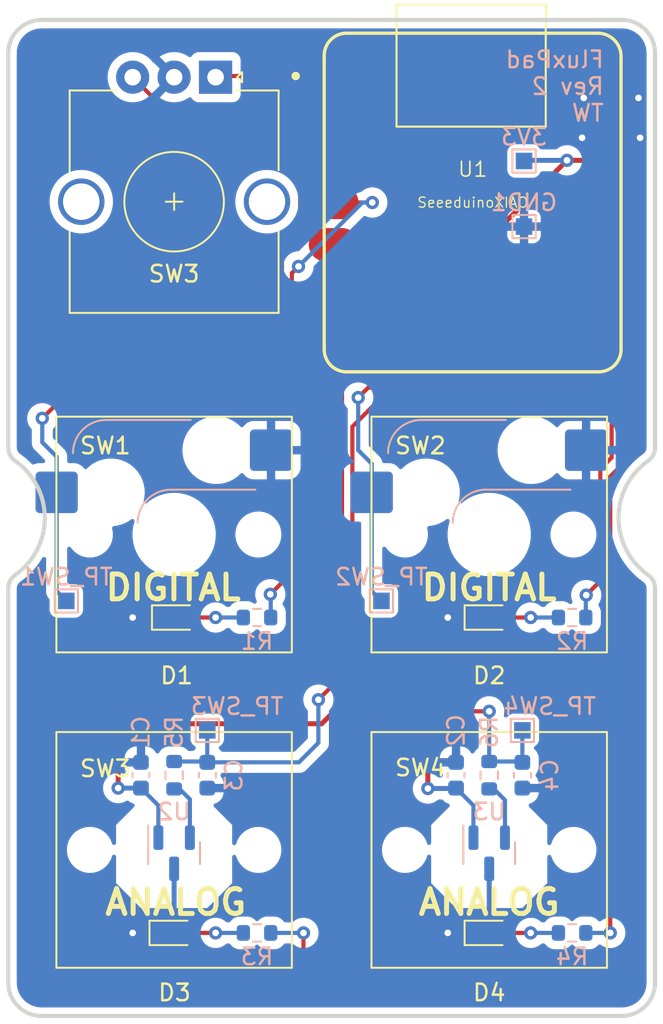
<source format=kicad_pcb>
(kicad_pcb (version 20211014) (generator pcbnew)
  (layers (0 "F.Cu" signal) (31 "B.Cu" signal) (34 "B.Paste" user) (35 "F.Paste" user) (36 "B.SilkS" user "B.Silkscreen") (37 "F.SilkS" user "F.Silkscreen") (38 "B.Mask" user) (39 "F.Mask" user) (44 "Edge.Cuts" user))
  (net 0 "")
  (net 1 "ENCA")
  (net 2 "Net-(D1-Pad2)")
  (net 3 "Net-(D2-Pad2)")
  (net 4 "Net-(D3-Pad2)")
  (net 5 "Net-(D4-Pad2)")
  (net 6 "LED3")
  (net 7 "LED1")
  (net 8 "LED4")
  (net 9 "LED2")
  (net 10 "+3V3")
  (net 11 "SW1")
  (net 12 "SW2")
  (net 13 "SW3")
  (net 14 "SW4")
  (net 15 "+5V")
  (net 16 "GND")
  (net 17 "ENCB")
  (net 18 "Net-(R5-Pad1)")
  (net 19 "Net-(R6-Pad1)")
  (footprint "LED_SMD:LED_0603_1608Metric" (layer "F.Cu") (at 129.5 101)
    (fp_text reference "D2" (at 0 3.5) (layer "F.SilkS"))
    (fp_text value "LED")
    (fp_line (start 0.8 -0.735) (end -1.485 -0.735) (layer "F.SilkS") (width 0.12))
    (fp_line (start -1.485 0.735) (end 0.8 0.735) (layer "F.SilkS") (width 0.12))
    (fp_line (start -1.485 -0.735) (end -1.485 0.735) (layer "F.SilkS") (width 0.12))
    (pad "1" smd roundrect (at -0.7875 0) (size 0.875 0.95) (layers "F.Cu" "F.Paste" "F.Mask") (net 16 "GND"))
    (pad "2" smd roundrect (at 0.7875 0) (size 0.875 0.95) (layers "F.Cu" "F.Paste" "F.Mask") (net 3 "Net-(D2-Pad2)"))
  )
  (footprint "LED_SMD:LED_0603_1608Metric" (layer "F.Cu") (at 110.5 120)
    (fp_text reference "D3" (at 0.025 3.6) (layer "F.SilkS"))
    (fp_text value "LED")
    (fp_line (start -1.485 0.735) (end 0.8 0.735) (layer "F.SilkS") (width 0.12))
    (fp_line (start -1.485 -0.735) (end -1.485 0.735) (layer "F.SilkS") (width 0.12))
    (fp_line (start 0.8 -0.735) (end -1.485 -0.735) (layer "F.SilkS") (width 0.12))
    (pad "1" smd roundrect (at -0.7875 0) (size 0.875 0.95) (layers "F.Cu" "F.Paste" "F.Mask") (net 16 "GND"))
    (pad "2" smd roundrect (at 0.7875 0) (size 0.875 0.95) (layers "F.Cu" "F.Paste" "F.Mask") (net 4 "Net-(D3-Pad2)"))
  )
  (footprint "LED_SMD:LED_0603_1608Metric" (layer "F.Cu") (at 129.5 120)
    (fp_text reference "D4" (at 0 3.6) (layer "F.SilkS"))
    (fp_text value "LED")
    (fp_line (start -1.485 -0.735) (end -1.485 0.735) (layer "F.SilkS") (width 0.12))
    (fp_line (start 0.8 -0.735) (end -1.485 -0.735) (layer "F.SilkS") (width 0.12))
    (fp_line (start -1.485 0.735) (end 0.8 0.735) (layer "F.SilkS") (width 0.12))
    (pad "1" smd roundrect (at -0.7875 0) (size 0.875 0.95) (layers "F.Cu" "F.Paste" "F.Mask") (net 16 "GND"))
    (pad "2" smd roundrect (at 0.7875 0) (size 0.875 0.95) (layers "F.Cu" "F.Paste" "F.Mask") (net 5 "Net-(D4-Pad2)"))
  )
  (footprint "Rotary_Encoder:RotaryEncoder_Alps_EC12E_Vertical_H20mm_CircularMountingHoles" (layer "F.Cu") (at 113 68.45 -90)
    (fp_text reference "SW3" (at 11.85 2.5 180) (layer "F.SilkS"))
    (fp_text value "PEC12R-4017F-N0024")
    (fp_line (start 9.3 -3.8) (end 14.2 -3.8) (layer "F.SilkS") (width 0.12))
    (fp_line (start 0.8 8.8) (end 0.8 6) (layer "F.SilkS") (width 0.12))
    (fp_line (start 7 2.5) (end 8 2.5) (layer "F.SilkS") (width 0.12))
    (fp_line (start 14.2 -3.8) (end 14.2 8.8) (layer "F.SilkS") (width 0.12))
    (fp_line (start 0.8 -3.8) (end 0.8 -1.3) (layer "F.SilkS") (width 0.12))
    (fp_line (start 5.6 -3.8) (end 0.8 -3.8) (layer "F.SilkS") (width 0.12))
    (fp_line (start 7.5 2) (end 7.5 3) (layer "F.SilkS") (width 0.12))
    (fp_line (start 0.3 -1.6) (end 0 -1.3) (layer "F.SilkS") (width 0.12))
    (fp_line (start 5.7 8.8) (end 0.8 8.8) (layer "F.SilkS") (width 0.12))
    (fp_line (start 14.2 8.8) (end 9.3 8.8) (layer "F.SilkS") (width 0.12))
    (fp_line (start 0 -1.3) (end -0.3 -1.6) (layer "F.SilkS") (width 0.12))
    (fp_line (start -0.3 -1.6) (end 0.3 -1.6) (layer "F.SilkS") (width 0.12))
    (fp_circle (center 7.5 2.5) (end 10.5 2.5) (layer "F.SilkS") (width 0.12) (fill none))
    (pad "A" thru_hole rect (at 0 0 270) (size 2 2) (drill 1) (layers *.Cu *.Mask) (net 1 "ENCA"))
    (pad "B" thru_hole circle (at 0 5 270) (size 2 2) (drill 1) (layers *.Cu *.Mask) (net 17 "ENCB"))
    (pad "C" thru_hole circle (at 0 2.5 270) (size 2 2) (drill 1) (layers *.Cu *.Mask) (net 16 "GND"))
    (pad "MP" thru_hole circle (at 7.5 8.1 270) (size 2.8 2.8) (drill 2.2) (layers *.Cu *.Mask))
    (pad "MP" thru_hole circle (at 7.5 -3.1 270) (size 2.8 2.8) (drill 2.2) (layers *.Cu *.Mask))
  )
  (footprint "LED_SMD:LED_0603_1608Metric" (layer "F.Cu") (at 110.65 101)
    (fp_text reference "D1" (at 0 3.5) (layer "F.SilkS"))
    (fp_text value "LED")
    (fp_line (start -1.485 -0.735) (end -1.485 0.735) (layer "F.SilkS") (width 0.12))
    (fp_line (start -1.485 0.735) (end 0.8 0.735) (layer "F.SilkS") (width 0.12))
    (fp_line (start 0.8 -0.735) (end -1.485 -0.735) (layer "F.SilkS") (width 0.12))
    (pad "1" smd roundrect (at -0.7875 0) (size 0.875 0.95) (layers "F.Cu" "F.Paste" "F.Mask") (net 16 "GND"))
    (pad "2" smd roundrect (at 0.7875 0) (size 0.875 0.95) (layers "F.Cu" "F.Paste" "F.Mask") (net 2 "Net-(D1-Pad2)"))
  )
  (footprint "Tang:Seeeduino XIAO-MOUDLE14P-2.54-21X17.8MM" (layer "F.Cu") (at 128.5 76)
    (fp_text reference "U1" (at 0.004223 -2) (layer "F.SilkS") (effects (font (size 0.889 0.889) (thickness 0.1016))))
    (fp_text value "SeeeduinoXIAO" (at 0.004223 0) (layer "F.SilkS") (effects (font (size 0.6096 0.6096) (thickness 0.0762))))
    (fp_line (start -4.58892 -4.572) (end -4.58892 -11.9253) (layer "F.SilkS") (width 0.127))
    (fp_line (start -8.95 -8.8) (end -8.95 8.85) (layer "F.SilkS") (width 0.2))
    (fp_line (start 4.4103 -4.572) (end -4.58892 -4.572) (layer "F.SilkS") (width 0.127))
    (fp_line (start 7.55 -10.2) (end -7.6 -10.2) (layer "F.SilkS") (width 0.2))
    (fp_line (start 4.4103 -11.9253) (end -4.58892 -11.9253) (layer "F.SilkS") (width 0.12))
    (fp_line (start 4.4103 -11.9253) (end 4.4103 -4.572) (layer "F.SilkS") (width 0.127))
    (fp_line (start -7.55 10.2) (end 7.6 10.2) (layer "F.SilkS") (width 0.2))
    (fp_line (start 8.95 -8.8) (end 8.95 8.8) (layer "F.SilkS") (width 0.2))
    (fp_arc (start -7.55 10.2) (mid -8.536809 9.822431) (end -8.95 8.85) (layer "F.SilkS") (width 0.2))
    (fp_arc (start 7.55 -10.2) (mid 8.539949 -9.789949) (end 8.95 -8.8) (layer "F.SilkS") (width 0.2))
    (fp_arc (start -8.95 -8.8) (mid -8.572431 -9.786809) (end -7.6 -10.2) (layer "F.SilkS") (width 0.2))
    (fp_arc (start 8.95 8.8) (mid 8.57243 9.786805) (end 7.6 10.2) (layer "F.SilkS") (width 0.2))
    (fp_circle (center -10.668 -7.62) (end -10.668 -7.874) (layer "F.SilkS") (width 0) (fill solid))
    (pad "1" smd oval (at -8.382 -7.62) (size 3 2) (layers "F.Cu" "F.Paste" "F.Mask") (net 1 "ENCA"))
    (pad "2" smd oval (at -8.382 -5.08) (size 3 2) (layers "F.Cu" "F.Paste" "F.Mask") (net 17 "ENCB"))
    (pad "3" smd oval (at -8.382 -2.54) (size 3 2) (layers "F.Cu" "F.Paste" "F.Mask") (net 11 "SW1"))
    (pad "4" smd oval (at -8.382 0) (size 3 2) (layers "F.Cu" "F.Paste" "F.Mask") (net 7 "LED1"))
    (pad "5" smd oval (at -8.382 2.54) (size 3 2) (layers "F.Cu" "F.Paste" "F.Mask"))
    (pad "6" smd oval (at -8.382 5.08) (size 3 2) (layers "F.Cu" "F.Paste" "F.Mask") (net 6 "LED3"))
    (pad "7" smd oval (at -8.382 7.62) (size 3 2) (layers "F.Cu" "F.Paste" "F.Mask") (net 13 "SW3"))
    (pad "8" smd oval (at 8.382 7.62) (size 3 2) (layers "F.Cu" "F.Paste" "F.Mask") (net 9 "LED2"))
    (pad "9" smd oval (at 8.382 5.08) (size 3 2) (layers "F.Cu" "F.Paste" "F.Mask") (net 14 "SW4"))
    (pad "10" smd oval (at 8.382 2.54) (size 3 2) (layers "F.Cu" "F.Paste" "F.Mask") (net 12 "SW2"))
    (pad "11" smd oval (at 8.382 0) (size 3 2) (layers "F.Cu" "F.Paste" "F.Mask") (net 8 "LED4"))
    (pad "12" smd oval (at 8.382 -2.54) (size 3 2) (layers "F.Cu" "F.Paste" "F.Mask") (net 10 "+3V3"))
    (pad "13" smd oval (at 8.382 -5.08) (size 3 2) (layers "F.Cu" "F.Paste" "F.Mask") (net 16 "GND"))
    (pad "14" smd oval (at 8.382 -7.62) (size 3 2) (layers "F.Cu" "F.Paste" "F.Mask") (net 15 "+5V"))
  )
  (footprint "Switch_Keyboard_Hotswap_Kailh:SW_Hotswap_Kailh_MX_1.00u" (layer "F.Cu") (at 110.5 96)
    (fp_text reference "SW1" (at -4.15 -5.35) (layer "F.SilkS"))
    (fp_text value "SW_SPST")
    (fp_line (start -4.1 -6.9) (end 1 -6.9) (layer "B.SilkS") (width 0.12))
    (fp_line (start -0.2 -2.7) (end 4.9 -2.7) (layer "B.SilkS") (width 0.12))
    (fp_arc (start -2.2 -0.7) (mid -1.614214 -2.114214) (end -0.2 -2.7) (layer "B.SilkS") (width 0.12))
    (fp_arc (start -6.1 -4.9) (mid -5.514214 -6.314214) (end -4.1 -6.9) (layer "B.SilkS") (width 0.12))
    (fp_line (start 7.1 7.1) (end 7.1 -7.1) (layer "F.SilkS") (width 0.12))
    (fp_line (start 7.1 -7.1) (end -7.1 -7.1) (layer "F.SilkS") (width 0.12))
    (fp_line (start -7.1 7.1) (end 7.1 7.1) (layer "F.SilkS") (width 0.12))
    (fp_line (start -7.1 -7.1) (end -7.1 7.1) (layer "F.SilkS") (width 0.12))
    (pad "" np_thru_hole circle locked (at -3.81 -2.54) (size 3.05 3.05) (drill 3.05) (layers *.Cu *.Mask))
    (pad "" np_thru_hole circle locked (at 2.54 -5.08) (size 3.05 3.05) (drill 3.05) (layers *.Cu *.Mask))
    (pad "" np_thru_hole circle locked (at 5.08 0) (size 1.75 1.75) (drill 1.75) (layers *.Cu *.Mask))
    (pad "" np_thru_hole circle locked (at -5.08 0) (size 1.75 1.75) (drill 1.75) (layers *.Cu *.Mask))
    (pad "" np_thru_hole circle locked (at 0 0) (size 4 4) (drill 4) (layers *.Cu *.Mask))
    (pad "1" smd roundrect locked (at -7.085 -2.54) (size 2.55 2.5) (layers "B.Cu" "B.Paste" "B.Mask") (roundrect_rratio 0.1) (net 11 "SW1"))
    (pad "2" smd roundrect locked (at 5.842 -5.08) (size 2.55 2.5) (layers "B.Cu" "B.Paste" "B.Mask") (roundrect_rratio 0.1) (net 16 "GND"))
  )
  (footprint "Switch_Keyboard_Hotswap_Kailh:SW_Hotswap_Kailh_MX_1.00u" (layer "F.Cu") (at 129.5 96)
    (fp_text reference "SW2" (at -4.15 -5.35) (layer "F.SilkS"))
    (fp_text value "SW_SPST")
    (fp_line (start -4.1 -6.9) (end 1 -6.9) (layer "B.SilkS") (width 0.12))
    (fp_line (start -0.2 -2.7) (end 4.9 -2.7) (layer "B.SilkS") (width 0.12))
    (fp_arc (start -6.1 -4.9) (mid -5.514214 -6.314214) (end -4.1 -6.9) (layer "B.SilkS") (width 0.12))
    (fp_arc (start -2.2 -0.7) (mid -1.614214 -2.114214) (end -0.2 -2.7) (layer "B.SilkS") (width 0.12))
    (fp_line (start -7.1 -7.1) (end -7.1 7.1) (layer "F.SilkS") (width 0.12))
    (fp_line (start 7.1 -7.1) (end -7.1 -7.1) (layer "F.SilkS") (width 0.12))
    (fp_line (start -7.1 7.1) (end 7.1 7.1) (layer "F.SilkS") (width 0.12))
    (fp_line (start 7.1 7.1) (end 7.1 -7.1) (layer "F.SilkS") (width 0.12))
    (pad "" np_thru_hole circle locked (at -5.08 0) (size 1.75 1.75) (drill 1.75) (layers *.Cu *.Mask))
    (pad "" np_thru_hole circle locked (at 5.08 0) (size 1.75 1.75) (drill 1.75) (layers *.Cu *.Mask))
    (pad "" np_thru_hole circle locked (at -3.81 -2.54) (size 3.05 3.05) (drill 3.05) (layers *.Cu *.Mask))
    (pad "" np_thru_hole circle locked (at 2.54 -5.08) (size 3.05 3.05) (drill 3.05) (layers *.Cu *.Mask))
    (pad "" np_thru_hole circle locked (at 0 0) (size 4 4) (drill 4) (layers *.Cu *.Mask))
    (pad "1" smd roundrect locked (at -7.085 -2.54) (size 2.55 2.5) (layers "B.Cu" "B.Paste" "B.Mask") (roundrect_rratio 0.1) (net 12 "SW2"))
    (pad "2" smd roundrect locked (at 5.842 -5.08) (size 2.55 2.5) (layers "B.Cu" "B.Paste" "B.Mask") (roundrect_rratio 0.1) (net 16 "GND"))
  )
  (footprint "TestPoint:TestPoint_Pad_1.0x1.0mm" (layer "B.Cu") (at 131.5 107.8 180)
    (fp_text reference "TP_SW4" (at -1.65 1.45) (layer "B.SilkS") (effects (justify mirror)))
    (fp_text value "TestPoint")
    (fp_line (start 0.7 0.7) (end 0.7 -0.7) (layer "B.SilkS") (width 0.12))
    (fp_line (start -0.7 0.7) (end 0.7 0.7) (layer "B.SilkS") (width 0.12))
    (fp_line (start -0.7 -0.7) (end -0.7 0.7) (layer "B.SilkS") (width 0.12))
    (fp_line (start 0.7 -0.7) (end -0.7 -0.7) (layer "B.SilkS") (width 0.12))
    (pad "1" smd rect (at 0 0 180) (size 1 1) (layers "B.Cu" "B.Mask") (net 14 "SW4"))
  )
  (footprint "TestPoint:TestPoint_Pad_1.0x1.0mm" (layer "B.Cu") (at 104 100 180)
    (fp_text reference "TP_SW1" (at 0 1.448) (layer "B.SilkS") (effects (justify mirror)))
    (fp_text value "TestPoint")
    (fp_line (start -0.7 0.7) (end 0.7 0.7) (layer "B.SilkS") (width 0.12))
    (fp_line (start 0.7 -0.7) (end -0.7 -0.7) (layer "B.SilkS") (width 0.12))
    (fp_line (start 0.7 0.7) (end 0.7 -0.7) (layer "B.SilkS") (width 0.12))
    (fp_line (start -0.7 -0.7) (end -0.7 0.7) (layer "B.SilkS") (width 0.12))
    (pad "1" smd rect (at 0 0 180) (size 1 1) (layers "B.Cu" "B.Mask") (net 11 "SW1"))
  )
  (footprint "Resistor_SMD:R_0603_1608Metric" (layer "B.Cu") (at 115.5 101)
    (fp_text reference "R1" (at 0 1.43 180) (layer "B.SilkS") (effects (justify mirror)))
    (fp_text value "20")
    (fp_line (start -0.237258 -0.5225) (end 0.237258 -0.5225) (layer "B.SilkS") (width 0.12))
    (fp_line (start -0.237258 0.5225) (end 0.237258 0.5225) (layer "B.SilkS") (width 0.12))
    (pad "1" smd roundrect (at -0.825 0) (size 0.8 0.95) (layers "B.Cu" "B.Paste" "B.Mask") (net 2 "Net-(D1-Pad2)"))
    (pad "2" smd roundrect (at 0.825 0) (size 0.8 0.95) (layers "B.Cu" "B.Paste" "B.Mask") (net 7 "LED1"))
  )
  (footprint "Capacitor_SMD:C_0603_1608Metric" (layer "B.Cu") (at 127.5 110.5 90)
    (fp_text reference "C2" (at 2.7 0 90) (layer "B.SilkS") (effects (justify mirror)))
    (fp_text value "0.1uF")
    (fp_line (start -0.14058 -0.51) (end 0.14058 -0.51) (layer "B.SilkS") (width 0.12))
    (fp_line (start -0.14058 0.51) (end 0.14058 0.51) (layer "B.SilkS") (width 0.12))
    (pad "1" smd roundrect (at -0.775 0 90) (size 0.9 0.95) (layers "B.Cu" "B.Paste" "B.Mask") (net 10 "+3V3"))
    (pad "2" smd roundrect (at 0.775 0 90) (size 0.9 0.95) (layers "B.Cu" "B.Paste" "B.Mask") (net 16 "GND"))
  )
  (footprint "Resistor_SMD:R_0603_1608Metric" (layer "B.Cu") (at 134.5 101)
    (fp_text reference "R2" (at 0 1.43 180) (layer "B.SilkS") (effects (justify mirror)))
    (fp_text value "20")
    (fp_line (start -0.237258 0.5225) (end 0.237258 0.5225) (layer "B.SilkS") (width 0.12))
    (fp_line (start -0.237258 -0.5225) (end 0.237258 -0.5225) (layer "B.SilkS") (width 0.12))
    (pad "1" smd roundrect (at -0.825 0) (size 0.8 0.95) (layers "B.Cu" "B.Paste" "B.Mask") (net 3 "Net-(D2-Pad2)"))
    (pad "2" smd roundrect (at 0.825 0) (size 0.8 0.95) (layers "B.Cu" "B.Paste" "B.Mask") (net 9 "LED2"))
  )
  (footprint "Resistor_SMD:R_0603_1608Metric" (layer "B.Cu") (at 110.5 110.5 90)
    (fp_text reference "R5" (at 2.6 0 90) (layer "B.SilkS") (effects (justify mirror)))
    (fp_text value "0")
    (fp_line (start -0.237258 -0.5225) (end 0.237258 -0.5225) (layer "B.SilkS") (width 0.12))
    (fp_line (start -0.237258 0.5225) (end 0.237258 0.5225) (layer "B.SilkS") (width 0.12))
    (pad "1" smd roundrect (at -0.825 0 90) (size 0.8 0.95) (layers "B.Cu" "B.Paste" "B.Mask") (net 18 "Net-(R5-Pad1)"))
    (pad "2" smd roundrect (at 0.825 0 90) (size 0.8 0.95) (layers "B.Cu" "B.Paste" "B.Mask") (net 13 "SW3"))
  )
  (footprint "Tang:SW_Cherry_MX_PCB_1.00u_hall_effect" (layer "B.Cu") (at 110.5 115 180)
    (fp_text reference "U2" (at 0 2.3) (layer "B.SilkS") (effects (justify mirror)))
    (fp_text value "DRV5056A3QDBZx Lekker")
    (fp_text user "SW3" (at 4.15 4.9 unlocked) (layer "F.SilkS"))
    (fp_line (start 1.56 -0.2) (end 1.56 1.475) (layer "B.SilkS") (width 0.12))
    (fp_line (start -1.56 -0.2) (end -1.56 0.45) (layer "B.SilkS") (width 0.12))
    (fp_line (start 1.56 -0.2) (end 1.56 -0.85) (layer "B.SilkS") (width 0.12))
    (fp_line (start -1.56 -0.2) (end -1.56 -0.85) (layer "B.SilkS") (width 0.12))
    (fp_line (start 7.1 7.1) (end -7.1 7.1) (layer "F.SilkS") (width 0.12))
    (fp_line (start -7.1 7.1) (end -7.1 -7.1) (layer "F.SilkS") (width 0.12))
    (fp_line (start -7.1 -7.1) (end 7.1 -7.1) (layer "F.SilkS") (width 0.12))
    (fp_line (start 7.1 -7.1) (end 7.1 7.1) (layer "F.SilkS") (width 0.12))
    (pad "" np_thru_hole circle (at -5.08 0 180) (size 1.75 1.75) (drill 1.75) (layers *.Cu *.Mask))
    (pad "" np_thru_hole circle (at 5.08 0 180) (size 1.75 1.75) (drill 1.75) (layers *.Cu *.Mask))
    (pad "1" smd roundrect (at 0.95 0.7375 270) (size 1.475 0.6) (layers "B.Cu" "B.Paste" "B.Mask") (net 10 "+3V3"))
    (pad "2" smd roundrect (at -0.95 0.7375 270) (size 1.475 0.6) (layers "B.Cu" "B.Paste" "B.Mask") (net 18 "Net-(R5-Pad1)"))
    (pad "3" smd roundrect (at 0 -1.1375 270) (size 1.475 0.6) (layers "B.Cu" "B.Paste" "B.Mask") (net 16 "GND"))
    (zone (net 0) (net_name "") (layers F&B.Cu "B.SilkS") (connect_pads (clearance 0)) (min_thickness 0.254)
      (keepout (tracks allowed) (vias not_allowed) (pads allowed) (copperpour not_allowed) (footprints allowed))
      (fill (thermal_gap 0.508) (thermal_bridge_width 0.508))
      (polygon (pts (xy 107 113.5) (xy 107 117) (xy 108.5 118.5) (xy 112.5 118.5) (xy 114 117) (xy 114 113.5) (xy 112.5 112) (xy 108.5 112)))
    )
  )
  (footprint "TestPoint:TestPoint_Pad_1.0x1.0mm" (layer "B.Cu") (at 112.5 107.8 180)
    (fp_text reference "TP_SW3" (at -1.8 1.45) (layer "B.SilkS") (effects (justify mirror)))
    (fp_text value "TestPoint")
    (fp_line (start 0.7 -0.7) (end -0.7 -0.7) (layer "B.SilkS") (width 0.12))
    (fp_line (start -0.7 0.7) (end 0.7 0.7) (layer "B.SilkS") (width 0.12))
    (fp_line (start -0.7 -0.7) (end -0.7 0.7) (layer "B.SilkS") (width 0.12))
    (fp_line (start 0.7 0.7) (end 0.7 -0.7) (layer "B.SilkS") (width 0.12))
    (pad "1" smd rect (at 0 0 180) (size 1 1) (layers "B.Cu" "B.Mask") (net 13 "SW3"))
  )
  (footprint "Resistor_SMD:R_0603_1608Metric" (layer "B.Cu") (at 129.5 110.5 90)
    (fp_text reference "R6" (at 2.6 0 90) (layer "B.SilkS") (effects (justify mirror)))
    (fp_text value "0")
    (fp_line (start -0.237258 -0.5225) (end 0.237258 -0.5225) (layer "B.SilkS") (width 0.12))
    (fp_line (start -0.237258 0.5225) (end 0.237258 0.5225) (layer "B.SilkS") (width 0.12))
    (pad "1" smd roundrect (at -0.825 0 90) (size 0.8 0.95) (layers "B.Cu" "B.Paste" "B.Mask") (net 19 "Net-(R6-Pad1)"))
    (pad "2" smd roundrect (at 0.825 0 90) (size 0.8 0.95) (layers "B.Cu" "B.Paste" "B.Mask") (net 14 "SW4"))
  )
  (footprint "Capacitor_SMD:C_0603_1608Metric" (layer "B.Cu") (at 131.5 110.5 -90)
    (fp_text reference "C4" (at 0 -1.65 90) (layer "B.SilkS") (effects (justify mirror)))
    (fp_text value "DNP")
    (fp_line (start -0.14058 0.51) (end 0.14058 0.51) (layer "B.SilkS") (width 0.12))
    (fp_line (start -0.14058 -0.51) (end 0.14058 -0.51) (layer "B.SilkS") (width 0.12))
    (pad "1" smd roundrect (at -0.775 0 270) (size 0.9 0.95) (layers "B.Cu" "B.Paste" "B.Mask") (net 14 "SW4"))
    (pad "2" smd roundrect (at 0.775 0 270) (size 0.9 0.95) (layers "B.Cu" "B.Paste" "B.Mask") (net 16 "GND"))
  )
  (footprint "TestPoint:TestPoint_Pad_1.0x1.0mm" (layer "B.Cu") (at 123 100 180)
    (fp_text reference "TP_SW2" (at 0 1.448) (layer "B.SilkS") (effects (justify mirror)))
    (fp_text value "TestPoint")
    (fp_line (start -0.7 0.7) (end 0.7 0.7) (layer "B.SilkS") (width 0.12))
    (fp_line (start 0.7 -0.7) (end -0.7 -0.7) (layer "B.SilkS") (width 0.12))
    (fp_line (start 0.7 0.7) (end 0.7 -0.7) (layer "B.SilkS") (width 0.12))
    (fp_line (start -0.7 -0.7) (end -0.7 0.7) (layer "B.SilkS") (width 0.12))
    (pad "1" smd rect (at 0 0 180) (size 1 1) (layers "B.Cu" "B.Mask") (net 12 "SW2"))
  )
  (footprint "Capacitor_SMD:C_0603_1608Metric" (layer "B.Cu") (at 112.5 110.5 -90)
    (fp_text reference "C3" (at 0 -1.6 90) (layer "B.SilkS") (effects (justify mirror)))
    (fp_text value "DNP")
    (fp_line (start -0.14058 0.51) (end 0.14058 0.51) (layer "B.SilkS") (width 0.12))
    (fp_line (start -0.14058 -0.51) (end 0.14058 -0.51) (layer "B.SilkS") (width 0.12))
    (pad "1" smd roundrect (at -0.775 0 270) (size 0.9 0.95) (layers "B.Cu" "B.Paste" "B.Mask") (net 13 "SW3"))
    (pad "2" smd roundrect (at 0.775 0 270) (size 0.9 0.95) (layers "B.Cu" "B.Paste" "B.Mask") (net 16 "GND"))
  )
  (footprint "Resistor_SMD:R_0603_1608Metric" (layer "B.Cu") (at 115.5 120)
    (fp_text reference "R3" (at 0 1.43 180) (layer "B.SilkS") (effects (justify mirror)))
    (fp_text value "20")
    (fp_line (start -0.237258 -0.5225) (end 0.237258 -0.5225) (layer "B.SilkS") (width 0.12))
    (fp_line (start -0.237258 0.5225) (end 0.237258 0.5225) (layer "B.SilkS") (width 0.12))
    (pad "1" smd roundrect (at -0.825 0) (size 0.8 0.95) (layers "B.Cu" "B.Paste" "B.Mask") (net 4 "Net-(D3-Pad2)"))
    (pad "2" smd roundrect (at 0.825 0) (size 0.8 0.95) (layers "B.Cu" "B.Paste" "B.Mask") (net 6 "LED3"))
  )
  (footprint "Capacitor_SMD:C_0603_1608Metric" (layer "B.Cu") (at 108.5 110.5 90)
    (fp_text reference "C1" (at 2.6 0 90) (layer "B.SilkS") (effects (justify mirror)))
    (fp_text value "0.1uF")
    (fp_line (start -0.14058 0.51) (end 0.14058 0.51) (layer "B.SilkS") (width 0.12))
    (fp_line (start -0.14058 -0.51) (end 0.14058 -0.51) (layer "B.SilkS") (width 0.12))
    (pad "1" smd roundrect (at -0.775 0 90) (size 0.9 0.95) (layers "B.Cu" "B.Paste" "B.Mask") (net 10 "+3V3"))
    (pad "2" smd roundrect (at 0.775 0 90) (size 0.9 0.95) (layers "B.Cu" "B.Paste" "B.Mask") (net 16 "GND"))
  )
  (footprint "TestPoint:TestPoint_Pad_1.0x1.0mm" (layer "B.Cu") (at 131.6 77.45 180)
    (fp_text reference "GND1" (at 0 1.448) (layer "B.SilkS") (effects (justify mirror)))
    (fp_text value "TestPoint")
    (fp_line (start 0.7 0.7) (end 0.7 -0.7) (layer "B.SilkS") (width 0.12))
    (fp_line (start -0.7 -0.7) (end -0.7 0.7) (layer "B.SilkS") (width 0.12))
    (fp_line (start -0.7 0.7) (end 0.7 0.7) (layer "B.SilkS") (width 0.12))
    (fp_line (start 0.7 -0.7) (end -0.7 -0.7) (layer "B.SilkS") (width 0.12))
    (pad "1" smd rect (at 0 0 180) (size 1 1) (layers "B.Cu" "B.Mask") (net 16 "GND"))
  )
  (footprint "Tang:SW_Cherry_MX_PCB_1.00u_hall_effect" (layer "B.Cu") (at 129.5 115 180)
    (fp_text reference "U3" (at 0 2.3) (layer "B.SilkS") (effects (justify mirror)))
    (fp_text value "DRV5056A3QDBZx Lekker")
    (fp_text user "SW4" (at 4.15 4.95 unlocked) (layer "F.SilkS"))
    (fp_line (start 1.56 -0.2) (end 1.56 1.475) (layer "B.SilkS") (width 0.12))
    (fp_line (start 1.56 -0.2) (end 1.56 -0.85) (layer "B.SilkS") (width 0.12))
    (fp_line (start -1.56 -0.2) (end -1.56 0.45) (layer "B.SilkS") (width 0.12))
    (fp_line (start -1.56 -0.2) (end -1.56 -0.85) (layer "B.SilkS") (width 0.12))
    (fp_line (start 7.1 -7.1) (end 7.1 7.1) (layer "F.SilkS") (width 0.12))
    (fp_line (start -7.1 7.1) (end -7.1 -7.1) (layer "F.SilkS") (width 0.12))
    (fp_line (start 7.1 7.1) (end -7.1 7.1) (layer "F.SilkS") (width 0.12))
    (fp_line (start -7.1 -7.1) (end 7.1 -7.1) (layer "F.SilkS") (width 0.12))
    (pad "" np_thru_hole circle (at 5.08 0 180) (size 1.75 1.75) (drill 1.75) (layers *.Cu *.Mask))
    (pad "" np_thru_hole circle (at -5.08 0 180) (size 1.75 1.75) (drill 1.75) (layers *.Cu *.Mask))
    (pad "1" smd roundrect (at 0.95 0.7375 270) (size 1.475 0.6) (layers "B.Cu" "B.Paste" "B.Mask") (net 10 "+3V3"))
    (pad "2" smd roundrect (at -0.95 0.7375 270) (size 1.475 0.6) (layers "B.Cu" "B.Paste" "B.Mask") (net 19 "Net-(R6-Pad1)"))
    (pad "3" smd roundrect (at 0 -1.1375 270) (size 1.475 0.6) (layers "B.Cu" "B.Paste" "B.Mask") (net 16 "GND"))
    (zone (net 0) (net_name "") (layers F&B.Cu "B.SilkS") (connect_pads (clearance 0)) (min_thickness 0.254)
      (keepout (tracks allowed) (vias not_allowed) (pads allowed) (copperpour not_allowed) (footprints allowed))
      (fill (thermal_gap 0.508) (thermal_bridge_width 0.508))
      (polygon (pts (xy 126 113.5) (xy 126 117) (xy 127.5 118.5) (xy 131.5 118.5) (xy 133 117) (xy 133 113.5) (xy 131.5 112) (xy 127.5 112)))
    )
  )
  (footprint "TestPoint:TestPoint_Pad_1.0x1.0mm" (layer "B.Cu") (at 131.6 73.5 180)
    (fp_text reference "3V3" (at 0 1.448) (layer "B.SilkS") (effects (justify mirror)))
    (fp_text value "TestPoint")
    (fp_line (start -0.7 0.7) (end 0.7 0.7) (layer "B.SilkS") (width 0.12))
    (fp_line (start 0.7 0.7) (end 0.7 -0.7) (layer "B.SilkS") (width 0.12))
    (fp_line (start 0.7 -0.7) (end -0.7 -0.7) (layer "B.SilkS") (width 0.12))
    (fp_line (start -0.7 -0.7) (end -0.7 0.7) (layer "B.SilkS") (width 0.12))
    (pad "1" smd rect (at 0 0 180) (size 1 1) (layers "B.Cu" "B.Mask") (net 10 "+3V3"))
  )
  (footprint "Resistor_SMD:R_0603_1608Metric" (layer "B.Cu") (at 134.5 120)
    (fp_text reference "R4" (at 0 1.43 180) (layer "B.SilkS") (effects (justify mirror)))
    (fp_text value "20")
    (fp_line (start -0.237258 0.5225) (end 0.237258 0.5225) (layer "B.SilkS") (width 0.12))
    (fp_line (start -0.237258 -0.5225) (end 0.237258 -0.5225) (layer "B.SilkS") (width 0.12))
    (pad "1" smd roundrect (at -0.825 0) (size 0.8 0.95) (layers "B.Cu" "B.Paste" "B.Mask") (net 5 "Net-(D4-Pad2)"))
    (pad "2" smd roundrect (at 0.825 0) (size 0.8 0.95) (layers "B.Cu" "B.Paste" "B.Mask") (net 8 "LED4"))
  )
  (gr_arc (start 100.5 67) (mid 101.085786 65.585786) (end 102.5 65) (layer "Edge.Cuts") (width 0.25))
  (gr_arc (start 139.076923 98.430554) (mid 139.387953 98.787419) (end 139.5 99.247352) (layer "Edge.Cuts") (width 0.25))
  (gr_arc (start 100.923077 91.569446) (mid 102.7 95) (end 100.923077 98.430554) (layer "Edge.Cuts") (width 0.25))
  (gr_arc (start 100.5 99.247352) (mid 100.612046 98.787419) (end 100.923077 98.430554) (layer "Edge.Cuts") (width 0.25))
  (gr_arc (start 139.076923 98.430554) (mid 137.3 95) (end 139.076923 91.569446) (layer "Edge.Cuts") (width 0.25))
  (gr_line (start 100.5 67) (end 100.5 90.752648) (layer "Edge.Cuts") (width 0.25))
  (gr_line (start 102.5 125) (end 137.5 125) (layer "Edge.Cuts") (width 0.25))
  (gr_arc (start 137.5 65) (mid 138.914214 65.585786) (end 139.5 67) (layer "Edge.Cuts") (width 0.25))
  (gr_arc (start 100.923077 91.569446) (mid 100.612046 91.212581) (end 100.5 90.752648) (layer "Edge.Cuts") (width 0.25))
  (gr_line (start 139.5 90.752648) (end 139.5 67) (layer "Edge.Cuts") (width 0.25))
  (gr_line (start 137.5 65) (end 102.5 65) (layer "Edge.Cuts") (width 0.25))
  (gr_arc (start 139.5 123) (mid 138.914214 124.414214) (end 137.5 125) (layer "Edge.Cuts") (width 0.25))
  (gr_line (start 100.5 99.247352) (end 100.5 123) (layer "Edge.Cuts") (width 0.25))
  (gr_arc (start 102.5 125) (mid 101.085786 124.414214) (end 100.5 123) (layer "Edge.Cuts") (width 0.25))
  (gr_line (start 139.5 123) (end 139.5 99.247352) (layer "Edge.Cuts") (width 0.25))
  (gr_arc (start 139.5 90.752648) (mid 139.387936 91.212567) (end 139.076923 91.569446) (layer "Edge.Cuts") (width 0.25))
  (gr_text "FluxPad\nRev 2\nTW" (at 136.5 69) (layer "B.SilkS") (effects (font (size 1 1)) (justify left mirror)))
  (gr_text "DIGITAL" (at 110.45 99.2) (layer "F.SilkS") (effects (font (size 1.5 1.5) (thickness 0.3))))
  (gr_text "ANALOG" (at 129.5 118.15) (layer "F.SilkS") (effects (font (size 1.5 1.5) (thickness 0.3))))
  (gr_text "DIGITAL" (at 129.5 99.2) (layer "F.SilkS") (effects (font (size 1.5 1.5) (thickness 0.3))))
  (gr_text "ANALOG" (at 110.6 118.15) (layer "F.SilkS") (effects (font (size 1.5 1.5) (thickness 0.3))))
  (segment (start 113.07 68.38) (end 113 68.45) (width 0.25) (layer "F.Cu") (net 1))
  (segment (start 120.35 68.38) (end 113.07 68.38) (width 0.25) (layer "F.Cu") (net 1))
  (segment (start 113 101) (end 111.5875 101) (width 0.25) (layer "F.Cu") (net 2))
  (via (at 113 101) (size 0.8) (drill 0.4) (layers "F.Cu" "B.Cu") (net 2))
  (segment (start 114.5875 101) (end 113 101) (width 0.25) (layer "B.Cu") (net 2))
  (segment (start 130.4375 101) (end 132 101) (width 0.25) (layer "F.Cu") (net 3))
  (via (at 132 101) (size 0.8) (drill 0.4) (layers "F.Cu" "B.Cu") (net 3))
  (segment (start 132 101) (end 133.5875 101) (width 0.25) (layer "B.Cu") (net 3))
  (segment (start 111.2875 120) (end 113 120) (width 0.25) (layer "F.Cu") (net 4))
  (via (at 113 120) (size 0.8) (drill 0.4) (layers "F.Cu" "B.Cu") (net 4))
  (segment (start 113 120) (end 114.5875 120) (width 0.25) (layer "B.Cu") (net 4))
  (segment (start 132 120) (end 130.4375 120) (width 0.25) (layer "F.Cu") (net 5))
  (via (at 132 120) (size 0.8) (drill 0.4) (layers "F.Cu" "B.Cu") (net 5))
  (segment (start 133.5875 120) (end 132 120) (width 0.25) (layer "B.Cu") (net 5))
  (segment (start 119.25 104.3) (end 119.25 85.55) (width 0.25) (layer "F.Cu") (net 6))
  (segment (start 102.75 107.55) (end 103.65 106.65) (width 0.25) (layer "F.Cu") (net 6))
  (segment (start 103.65 106.65) (end 116.9 106.65) (width 0.25) (layer "F.Cu") (net 6))
  (segment (start 102.75 122.3) (end 102.75 107.55) (width 0.25) (layer "F.Cu") (net 6))
  (segment (start 117.75 122.7) (end 103.15 122.7) (width 0.25) (layer "F.Cu") (net 6))
  (segment (start 118.2 84.5) (end 118.2 82.998) (width 0.25) (layer "F.Cu") (net 6))
  (segment (start 103.15 122.7) (end 102.75 122.3) (width 0.25) (layer "F.Cu") (net 6))
  (segment (start 116.9 106.65) (end 119.25 104.3) (width 0.25) (layer "F.Cu") (net 6))
  (segment (start 118.2 82.998) (end 120.118 81.08) (width 0.25) (layer "F.Cu") (net 6))
  (segment (start 118.3 120) (end 118.3 122.15) (width 0.25) (layer "F.Cu") (net 6))
  (segment (start 118.3 122.15) (end 117.75 122.7) (width 0.25) (layer "F.Cu") (net 6))
  (segment (start 119.25 85.55) (end 118.2 84.5) (width 0.25) (layer "F.Cu") (net 6))
  (via (at 118.3 120) (size 0.8) (drill 0.4) (layers "F.Cu" "B.Cu") (net 6))
  (segment (start 118.3 120) (end 116.4125 120) (width 0.25) (layer "B.Cu") (net 6))
  (segment (start 118.6 85.75) (end 118.6 97.3) (width 0.25) (layer "F.Cu") (net 7))
  (segment (start 118 79.85) (end 117.6 80.25) (width 0.25) (layer "F.Cu") (net 7))
  (segment (start 120.284167 76) (end 120.35 76) (width 0.25) (layer "F.Cu") (net 7))
  (segment (start 122.45 76) (end 120.118 76) (width 0.25) (layer "F.Cu") (net 7))
  (segment (start 117.6 80.25) (end 117.6 84.75) (width 0.25) (layer "F.Cu") (net 7))
  (segment (start 118.6 97.3) (end 116.3 99.6) (width 0.25) (layer "F.Cu") (net 7))
  (segment (start 117.6 84.75) (end 118.6 85.75) (width 0.25) (layer "F.Cu") (net 7))
  (via (at 122.45 76) (size 0.8) (drill 0.4) (layers "F.Cu" "B.Cu") (net 7))
  (via (at 118 79.85) (size 0.8) (drill 0.4) (layers "F.Cu" "B.Cu") (net 7))
  (via (at 116.3 99.6) (size 0.8) (drill 0.4) (layers "F.Cu" "B.Cu") (net 7))
  (segment (start 121.85 76) (end 118 79.85) (width 0.25) (layer "B.Cu") (net 7))
  (segment (start 116.325 99.625) (end 116.325 101) (width 0.25) (layer "B.Cu") (net 7))
  (segment (start 116.3 99.6) (end 116.325 99.625) (width 0.25) (layer "B.Cu") (net 7))
  (segment (start 122.45 76) (end 121.85 76) (width 0.25) (layer "B.Cu") (net 7))
  (segment (start 138.8 77.918) (end 136.882 76) (width 0.25) (layer "F.Cu") (net 8))
  (segment (start 138.8 90.5) (end 138.8 77.918) (width 0.25) (layer "F.Cu") (net 8))
  (segment (start 136.8 92.5) (end 138.8 90.5) (width 0.25) (layer "F.Cu") (net 8))
  (segment (start 136.8 120) (end 136.8 92.5) (width 0.25) (layer "F.Cu") (net 8))
  (via (at 136.8 120) (size 0.8) (drill 0.4) (layers "F.Cu" "B.Cu") (net 8))
  (segment (start 135.4125 120) (end 136.8 120) (width 0.25) (layer "B.Cu") (net 8))
  (segment (start 136.882 91.368) (end 136.882 83.62) (width 0.25) (layer "F.Cu") (net 9))
  (segment (start 136.2 98.8) (end 136.2 92.05) (width 0.25) (layer "F.Cu") (net 9))
  (segment (start 135.35 99.65) (end 136.2 98.8) (width 0.25) (layer "F.Cu") (net 9))
  (segment (start 136.2 92.05) (end 136.882 91.368) (width 0.25) (layer "F.Cu") (net 9))
  (via (at 135.35 99.65) (size 0.8) (drill 0.4) (layers "F.Cu" "B.Cu") (net 9))
  (segment (start 135.35 99.65) (end 135.325 99.675) (width 0.25) (layer "B.Cu") (net 9))
  (segment (start 135.325 99.675) (end 135.325 101) (width 0.25) (layer "B.Cu") (net 9))
  (segment (start 107.125 111.275) (end 107.125 108.975) (width 0.3) (layer "F.Cu") (net 10))
  (segment (start 125.8 108.75) (end 124.45 107.4) (width 0.3) (layer "F.Cu") (net 10))
  (segment (start 120.6 106.2) (end 120.6 87.05) (width 0.3) (layer "F.Cu") (net 10))
  (segment (start 119.4 107.4) (end 120.6 106.2) (width 0.3) (layer "F.Cu") (net 10))
  (segment (start 107.125 108.975) (end 108.7 107.4) (width 0.3) (layer "F.Cu") (net 10))
  (segment (start 121.8 107.4) (end 120.75 106.35) (width 0.3) (layer "F.Cu") (net 10))
  (segment (start 124.45 107.4) (end 121.8 107.4) (width 0.3) (layer "F.Cu") (net 10))
  (segment (start 120.75 106.35) (end 120.6 106.2) (width 0.3) (layer "F.Cu") (net 10))
  (segment (start 120.6 87.05) (end 134.19 73.46) (width 0.3) (layer "F.Cu") (net 10))
  (segment (start 125.8 111.3) (end 125.8 108.75) (width 0.3) (layer "F.Cu") (net 10))
  (segment (start 108.7 107.4) (end 119.4 107.4) (width 0.3) (layer "F.Cu") (net 10))
  (segment (start 134.19 73.46) (end 136.51456 73.46) (width 0.3) (layer "F.Cu") (net 10))
  (via (at 107.125 111.275) (size 0.8) (drill 0.4) (layers "F.Cu" "B.Cu") (net 10))
  (via (at 125.8 111.3) (size 0.8) (drill 0.4) (layers "F.Cu" "B.Cu") (net 10))
  (via (at 134.19 73.46) (size 0.8) (drill 0.4) (layers "F.Cu" "B.Cu") (net 10))
  (segment (start 125.675 111.175) (end 125.8 111.3) (width 0.3) (layer "B.Cu") (net 10))
  (segment (start 128.55 114.2625) (end 128.55 112.325) (width 0.25) (layer "B.Cu") (net 10))
  (segment (start 107.125 111.275) (end 108.5 111.275) (width 0.3) (layer "B.Cu") (net 10))
  (segment (start 108.5 111.275) (end 109.55 112.325) (width 0.25) (layer "B.Cu") (net 10))
  (segment (start 125.8 111.3) (end 127.475 111.3) (width 0.3) (layer "B.Cu") (net 10))
  (segment (start 131.6 73.5) (end 131.64 73.46) (width 0.3) (layer "B.Cu") (net 10))
  (segment (start 131.64 73.46) (end 134.19 73.46) (width 0.3) (layer "B.Cu") (net 10))
  (segment (start 128.55 112.325) (end 127.5 111.275) (width 0.25) (layer "B.Cu") (net 10))
  (segment (start 109.55 112.325) (end 109.55 114.2625) (width 0.25) (layer "B.Cu") (net 10))
  (segment (start 118.1 78.25) (end 118.1 75.478) (width 0.25) (layer "F.Cu") (net 11))
  (segment (start 117 84.4) (end 117 79.35) (width 0.25) (layer "F.Cu") (net 11))
  (segment (start 103.55 88) (end 113.4 88) (width 0.25) (layer "F.Cu") (net 11))
  (segment (start 117 79.35) (end 118.1 78.25) (width 0.25) (layer "F.Cu") (net 11))
  (segment (start 118.1 75.478) (end 120.118 73.46) (width 0.25) (layer "F.Cu") (net 11))
  (segment (start 102.55 89) (end 103.55 88) (width 0.25) (layer "F.Cu") (net 11))
  (segment (start 113.4 88) (end 117 84.4) (width 0.25) (layer "F.Cu") (net 11))
  (via (at 102.55 89) (size 0.8) (drill 0.4) (layers "F.Cu" "B.Cu") (net 11))
  (segment (start 102.55 90.45) (end 103.415 91.315) (width 0.25) (layer "B.Cu") (net 11))
  (segment (start 103.415 99.415) (end 104 100) (width 0.25) (layer "B.Cu") (net 11))
  (segment (start 103.415 91.315) (end 103.415 93.46) (width 0.25) (layer "B.Cu") (net 11))
  (segment (start 103.415 93.46) (end 103.415 99.415) (width 0.25) (layer "B.Cu") (net 11))
  (segment (start 102.55 89) (end 102.55 90.45) (width 0.25) (layer "B.Cu") (net 11))
  (segment (start 134.45 80.972) (end 136.882 78.54) (width 0.25) (layer "F.Cu") (net 12))
  (segment (start 122.2 87.15) (end 131.2 87.15) (width 0.25) (layer "F.Cu") (net 12))
  (segment (start 134.45 83.9) (end 134.45 80.972) (width 0.25) (layer "F.Cu") (net 12))
  (segment (start 121.6 87.75) (end 122.2 87.15) (width 0.25) (layer "F.Cu") (net 12))
  (segment (start 131.2 87.15) (end 134.45 83.9) (width 0.25) (layer "F.Cu") (net 12))
  (via (at 121.6 87.75) (size 0.8) (drill 0.4) (layers "F.Cu" "B.Cu") (net 12))
  (segment (start 121.6 87.75) (end 121.6 90.92) (width 0.25) (layer "B.Cu") (net 12))
  (segment (start 122.415 93.46) (end 122.415 99.415) (width 0.25) (layer "B.Cu") (net 12))
  (segment (start 122.415 91.735) (end 122.415 93.46) (width 0.25) (layer "B.Cu") (net 12))
  (segment (start 121.6 90.92) (end 122.415 91.735) (width 0.25) (layer "B.Cu") (net 12))
  (segment (start 122.415 99.415) (end 123 100) (width 0.25) (layer "B.Cu") (net 12))
  (segment (start 119.9 83.838) (end 120.118 83.62) (width 0.25) (layer "F.Cu") (net 13))
  (segment (start 119.2 105.95) (end 119.9 105.25) (width 0.25) (layer "F.Cu") (net 13))
  (segment (start 119.9 105.25) (end 119.9 83.838) (width 0.25) (layer "F.Cu") (net 13))
  (via (at 119.2 105.95) (size 0.8) (drill 0.4) (layers "F.Cu" "B.Cu") (net 13))
  (segment (start 119.2 105.95) (end 119.2 108.55) (width 0.25) (layer "B.Cu") (net 13))
  (segment (start 112.45 109.675) (end 112.5 109.725) (width 0.25) (layer "B.Cu") (net 13))
  (segment (start 112.5 109.725) (end 112.5 107.8) (width 0.25) (layer "B.Cu") (net 13))
  (segment (start 118.025 109.725) (end 112.5 109.725) (width 0.25) (layer "B.Cu") (net 13))
  (segment (start 110.5 109.675) (end 112.45 109.675) (width 0.25) (layer "B.Cu") (net 13))
  (segment (start 119.2 108.55) (end 118.025 109.725) (width 0.25) (layer "B.Cu") (net 13))
  (segment (start 123 87.75) (end 131.45 87.75) (width 0.25) (layer "F.Cu") (net 14))
  (segment (start 121.25 89.5) (end 123 87.75) (width 0.25) (layer "F.Cu") (net 14))
  (segment (start 121.25 105.85) (end 121.25 89.5) (width 0.25) (layer "F.Cu") (net 14))
  (segment (start 135 82.962) (end 136.882 81.08) (width 0.25) (layer "F.Cu") (net 14))
  (segment (start 131.45 87.75) (end 135 84.2) (width 0.25) (layer "F.Cu") (net 14))
  (segment (start 135 84.2) (end 135 82.962) (width 0.25) (layer "F.Cu") (net 14))
  (segment (start 129.5 106.65) (end 122.05 106.65) (width 0.25) (layer "F.Cu") (net 14))
  (segment (start 122.05 106.65) (end 121.25 105.85) (width 0.25) (layer "F.Cu") (net 14))
  (via (at 129.5 106.65) (size 0.8) (drill 0.4) (layers "F.Cu" "B.Cu") (net 14))
  (segment (start 131.5 109.725) (end 131.5 107.8) (width 0.25) (layer "B.Cu") (net 14))
  (segment (start 129.5 106.65) (end 129.5 109.675) (width 0.25) (layer "B.Cu") (net 14))
  (segment (start 129.5 109.675) (end 131.45 109.675) (width 0.25) (layer "B.Cu") (net 14))
  (segment (start 131.45 109.675) (end 131.5 109.725) (width 0.25) (layer "B.Cu") (net 14))
  (segment (start 135.662 69.7) (end 136.882 70.92) (width 0.25) (layer "F.Cu") (net 16))
  (segment (start 138.6 72.1) (end 138.062 72.1) (width 0.25) (layer "F.Cu") (net 16))
  (segment (start 109.7125 101) (end 108 101) (width 0.3) (layer "F.Cu") (net 16))
  (segment (start 135.2 69.7) (end 135.662 69.7) (width 0.25) (layer "F.Cu") (net 16))
  (segment (start 138.5 69.7) (end 138.102 69.7) (width 0.25) (layer "F.Cu") (net 16))
  (segment (start 138.062 72.1) (end 136.882 70.92) (width 0.25) (layer "F.Cu") (net 16))
  (segment (start 109.7125 120) (end 108 120) (width 0.3) (layer "F.Cu") (net 16))
  (segment (start 128.5625 101) (end 127 101) (width 0.3) (layer "F.Cu") (net 16))
  (segment (start 138.102 69.7) (end 136.882 70.92) (width 0.25) (layer "F.Cu") (net 16))
  (segment (start 135.702 72.1) (end 136.882 70.92) (width 0.25) (layer "F.Cu") (net 16))
  (segment (start 128.5625 120) (end 127 120) (width 0.3) (layer "F.Cu") (net 16))
  (segment (start 135.1 72.1) (end 135.702 72.1) (width 0.25) (layer "F.Cu") (net 16))
  (via (at 138.6 72.1) (size 0.8) (drill 0.4) (layers "F.Cu" "B.Cu") (net 16))
  (via (at 108 101) (size 0.8) (drill 0.4) (layers "F.Cu" "B.Cu") (net 16))
  (via (at 127 120) (size 0.8) (drill 0.4) (layers "F.Cu" "B.Cu") (net 16))
  (via (at 135.2 69.7) (size 0.8) (drill 0.4) (layers "F.Cu" "B.Cu") (net 16))
  (via (at 135.1 72.1) (size 0.8) (drill 0.4) (layers "F.Cu" "B.Cu") (net 16))
  (via (at 138.5 69.7) (size 0.8) (drill 0.4) (layers "F.Cu" "B.Cu") (net 16))
  (via (at 127 101) (size 0.8) (drill 0.4) (layers "F.Cu" "B.Cu") (net 16))
  (via (at 108 120) (size 0.8) (drill 0.4) (layers "F.Cu" "B.Cu") (net 16))
  (segment (start 110.5 116.1375) (end 110.5 118.6) (width 0.3) (layer "B.Cu") (net 16))
  (segment (start 129.5 116.1375) (end 129.5 118.7) (width 0.3) (layer "B.Cu") (net 16))
  (segment (start 110.47 70.92) (end 108 68.45) (width 0.25) (layer "F.Cu") (net 17))
  (segment (start 116.08 70.92) (end 110.47 70.92) (width 0.25) (layer "F.Cu") (net 17))
  (segment (start 120.35 70.92) (end 116.08 70.92) (width 0.25) (layer "F.Cu") (net 17))
  (segment (start 111.45 111.95) (end 110.825 111.325) (width 0.25) (layer "B.Cu") (net 18))
  (segment (start 110.825 111.325) (end 110.5 111.325) (width 0.25) (layer "B.Cu") (net 18))
  (segment (start 111.45 114.2625) (end 111.45 111.95) (width 0.25) (layer "B.Cu") (net 18))
  (segment (start 130.45 114.2625) (end 130.45 112) (width 0.25) (layer "B.Cu") (net 19))
  (segment (start 130.45 112) (end 129.775 111.325) (width 0.25) (layer "B.Cu") (net 19))
  (segment (start 129.775 111.325) (end 129.5 111.325) (width 0.25) (layer "B.Cu") (net 19))
  (zone (net 16) (net_name "GND") (layer "B.Cu") (connect_pads (clearance 0.508)) (min_thickness 0.254) (fill yes (thermal_gap 0.508) (thermal_bridge_width 0.508))
    (polygon (pts (xy 140 125.5) (xy 100 125.5) (xy 100 64.5) (xy 140 64.5)))
  )
)
</source>
